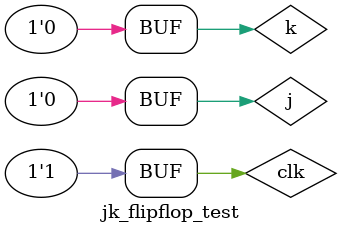
<source format=v>
`timescale 1ns / 1ps



module jk_flipflop_test;

	// Inputs
	reg j;
	reg k;
	reg clk;

	// Outputs
	wire q;
	wire q1;

	// Instantiate the Unit Under Test (UUT)
	jk_flipflop uut (
		.j(j), 
		.k(k), 
		.q(q), 
		.q1(q1), 
		.clk(clk)
	);

	initial begin
		j = 0;
		k = 0;
		clk = 0;

		#100;
		j = 1;
		k = 0;
		clk = 1;

		#100;
		j = 1;
		k = 1;
		clk = 1;

		#100;
		j = 0;
		k = 0;
		clk = 1;

		#100;
		j = 0;
		k = 1;
		clk = 1;

		#100;
		j = 0;
		k = 0;
		clk = 1;

		#100;
        

	end
      
endmodule


</source>
